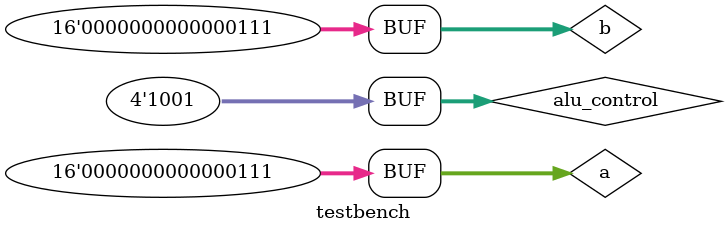
<source format=v>
`timescale 1ns / 1ps


module testbench(

    );
    /*
       reg sel;
       reg a;
       reg b;
       wire x;
       
       two_one_mux mux_UUT(.sel(sel), .a(a), .b(b), .x(x));
       
       initial
       begin
           a = 0;
           b = 1;
           sel = 0;
       end
       
       reg cin;
       reg a;
       reg b;
       wire cout;
       wire sum;
       
       addbit addbit_UUT(.cin(cin), .a(a), .b(b), .cout(cout), .sum(sum));
       
       initial
       begin
           cin = 0;
           a = 0;
           b = 0;
           #10
           cin = 0;
           a = 1;
           b = 0;
           #10
           cin = 0;
           a = 0;
           b = 1;
           #10
           cin = 0;
           a = 1;
           b = 1;
           #10
           cin = 1;
           a = 1;
           b = 1;
           #10
           cin = 1;
           a = 0;
           b = 1;
           #10
           cin = 1;
           a = 0;
           b = 0;
           #10
           cin = 1;
           a = 1;
           b = 0;
       end
       
       reg a;
       reg b;
       reg a_sel;
       reg b_sel;
       reg cin;
       reg[1:0] op;
       reg less;
       wire result;
       wire set;
       wire overflow;
       wire cout;
       
       one_bit_alu one_bit_alu_UUT(
            .a(a),
           .b(b),
           .a_sel(a_sel),
           .b_sel(b_sel),
           .cin(cin),
           .op(op),
           .less(less),
           .result(result),
           .cout(cout)
           );
         
        initial
        begin
           a = 1;
           b = 1;
           a_sel = 0;
           b_sel = 0;
           cin = 1;
           op = 2;
           less = 0;
        end
        
        reg [3:0] sel;
        wire a_sel;
        wire b_sel;
        wire [1:0] op;
        wire set;
        
        alu_control alu_control_UUT(
            .sel(sel),
            .a_sel(a_sel),
            .b_sel(b_sel),
            .op(op),
            .set(set)
            );
            
        initial
        begin
           sel = 4'b1001;
        end
        */
        
        reg [15:0] a;
        reg [15:0] b;
        reg [3:0] alu_control;
        wire overflow;
        wire zero;
        wire [15:0] result;
            
        sixteen_bit_alu sixteen_bit_alu(
            .a(a),
            .b(b),
            .alu_ctrl(alu_control),
            .overflow(overflow),
            .zero(zero),
            .result(result)
            );
         
         initial
         begin
            a = 16'b111;
            b = 16'b111;
            alu_control = 4'b1001;
         end
         
         /*
         reg[15:0] a;
         reg[15:0] b;
         reg[1:0] shift_control; // 00 arithmeitc left shift, 01 logical left shift, 10 arithmetic right shift, 11 logical right shfit
         wire[15:0] x;
         
         shifter shifter_UUT (
            .a(a),
            .b(b),
            .shift_control(shift_control), // 00 arithmeitc left shift, 01 logical left shift, 10 arithmetic right shift, 11 logical right shfit
            .x(x)
            );
            
         initial
         begin
            a = 16'b0111111111111111;
            b = 4;
            shift_control = 2'b00;
        end
        */
        
endmodule

</source>
